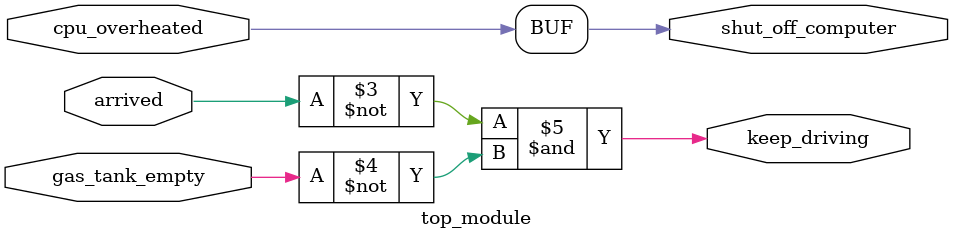
<source format=v>
module top_module (
    input      cpu_overheated,
    output reg shut_off_computer,
    input      arrived,
    input      gas_tank_empty,
    output reg keep_driving  ); //

    always @(*) begin
        shut_off_computer = cpu_overheated;
    end

    always @(*) begin
           keep_driving = ~arrived & ~gas_tank_empty;
    end
endmodule

</source>
